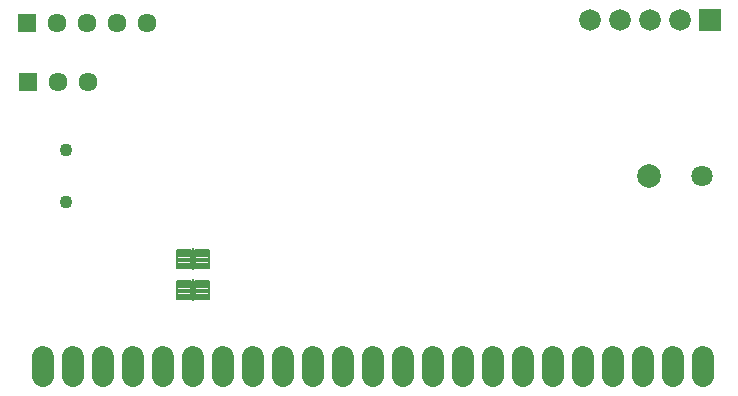
<source format=gbs>
G75*
G70*
%OFA0B0*%
%FSLAX24Y24*%
%IPPOS*%
%LPD*%
%AMOC8*
5,1,8,0,0,1.08239X$1,22.5*
%
%ADD10R,0.0720X0.0720*%
%ADD11C,0.0720*%
%ADD12C,0.0434*%
%ADD13C,0.0789*%
%ADD14C,0.0710*%
%ADD15R,0.0635X0.0635*%
%ADD16C,0.0635*%
%ADD17C,0.0720*%
%ADD18C,0.0081*%
%ADD19R,0.0060X0.0720*%
D10*
X023889Y012464D03*
D11*
X022889Y012464D03*
X021889Y012464D03*
X020889Y012464D03*
X019889Y012464D03*
D12*
X002450Y008114D03*
X002450Y006382D03*
D13*
X021868Y007248D03*
D14*
X023640Y007248D03*
D15*
X001170Y010397D03*
X001139Y012366D03*
D16*
X002139Y012366D03*
X003139Y012366D03*
X004139Y012366D03*
X005139Y012366D03*
X003170Y010397D03*
X002170Y010397D03*
D17*
X001670Y001240D02*
X001670Y000600D01*
X002670Y000600D02*
X002670Y001240D01*
X003670Y001240D02*
X003670Y000600D01*
X004670Y000600D02*
X004670Y001240D01*
X005670Y001240D02*
X005670Y000600D01*
X006670Y000600D02*
X006670Y001240D01*
X007670Y001240D02*
X007670Y000600D01*
X008670Y000600D02*
X008670Y001240D01*
X009670Y001240D02*
X009670Y000600D01*
X010670Y000600D02*
X010670Y001240D01*
X011670Y001240D02*
X011670Y000600D01*
X012670Y000600D02*
X012670Y001240D01*
X013670Y001240D02*
X013670Y000600D01*
X014670Y000600D02*
X014670Y001240D01*
X015670Y001240D02*
X015670Y000600D01*
X016670Y000600D02*
X016670Y001240D01*
X017670Y001240D02*
X017670Y000600D01*
X018670Y000600D02*
X018670Y001240D01*
X019670Y001240D02*
X019670Y000600D01*
X020670Y000600D02*
X020670Y001240D01*
X021670Y001240D02*
X021670Y000600D01*
X022670Y000600D02*
X022670Y001240D01*
X023670Y001240D02*
X023670Y000600D01*
D18*
X007212Y003144D02*
X006752Y003144D01*
X006752Y003774D01*
X007212Y003774D01*
X007212Y003144D01*
X007212Y003224D02*
X006752Y003224D01*
X006752Y003304D02*
X007212Y003304D01*
X007212Y003384D02*
X006752Y003384D01*
X006752Y003464D02*
X007212Y003464D01*
X007212Y003544D02*
X006752Y003544D01*
X006752Y003624D02*
X007212Y003624D01*
X007212Y003704D02*
X006752Y003704D01*
X006612Y003144D02*
X006152Y003144D01*
X006152Y003774D01*
X006612Y003774D01*
X006612Y003144D01*
X006612Y003224D02*
X006152Y003224D01*
X006152Y003304D02*
X006612Y003304D01*
X006612Y003384D02*
X006152Y003384D01*
X006152Y003464D02*
X006612Y003464D01*
X006612Y003544D02*
X006152Y003544D01*
X006152Y003624D02*
X006612Y003624D01*
X006612Y003704D02*
X006152Y003704D01*
X006152Y004177D02*
X006612Y004177D01*
X006152Y004177D02*
X006152Y004807D01*
X006612Y004807D01*
X006612Y004177D01*
X006612Y004257D02*
X006152Y004257D01*
X006152Y004337D02*
X006612Y004337D01*
X006612Y004417D02*
X006152Y004417D01*
X006152Y004497D02*
X006612Y004497D01*
X006612Y004577D02*
X006152Y004577D01*
X006152Y004657D02*
X006612Y004657D01*
X006612Y004737D02*
X006152Y004737D01*
X006752Y004177D02*
X007212Y004177D01*
X006752Y004177D02*
X006752Y004807D01*
X007212Y004807D01*
X007212Y004177D01*
X007212Y004257D02*
X006752Y004257D01*
X006752Y004337D02*
X007212Y004337D01*
X007212Y004417D02*
X006752Y004417D01*
X006752Y004497D02*
X007212Y004497D01*
X007212Y004577D02*
X006752Y004577D01*
X006752Y004657D02*
X007212Y004657D01*
X007212Y004737D02*
X006752Y004737D01*
D19*
X006682Y004492D03*
X006682Y003459D03*
M02*

</source>
